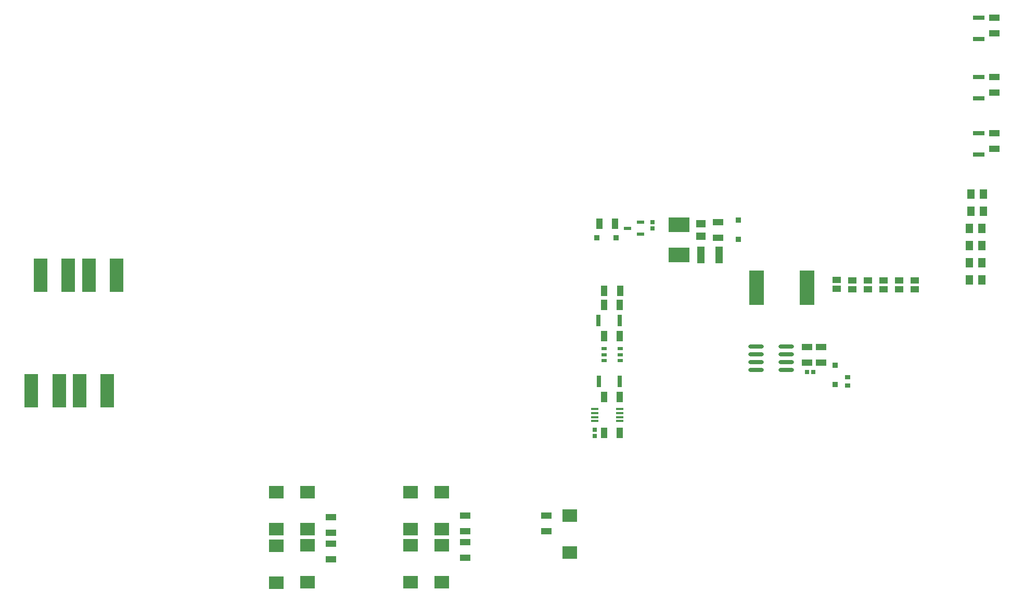
<source format=gbr>
G04*
G04 #@! TF.GenerationSoftware,Altium Limited,Altium Designer,24.10.1 (45)*
G04*
G04 Layer_Color=8421504*
%FSLAX44Y44*%
%MOMM*%
G71*
G04*
G04 #@! TF.SameCoordinates,2C042171-34E2-4856-99AA-637600A7DDE9*
G04*
G04*
G04 #@! TF.FilePolarity,Positive*
G04*
G01*
G75*
%ADD22R,1.3562X1.0546*%
%ADD23R,1.2192X0.5588*%
%ADD24R,1.2500X1.5500*%
%ADD25R,0.6500X0.6500*%
%ADD26R,0.9500X0.9000*%
%ADD27R,1.6582X1.1055*%
%ADD28R,0.8121X0.6587*%
%ADD29R,0.8763X0.5080*%
%ADD30R,1.1055X1.6582*%
G04:AMPARAMS|DCode=31|XSize=1.2565mm|YSize=0.418mm|CornerRadius=0.209mm|HoleSize=0mm|Usage=FLASHONLY|Rotation=180.000|XOffset=0mm|YOffset=0mm|HoleType=Round|Shape=RoundedRectangle|*
%AMROUNDEDRECTD31*
21,1,1.2565,0.0000,0,0,180.0*
21,1,0.8385,0.4180,0,0,180.0*
1,1,0.4180,-0.4193,0.0000*
1,1,0.4180,0.4193,0.0000*
1,1,0.4180,0.4193,0.0000*
1,1,0.4180,-0.4193,0.0000*
%
%ADD31ROUNDEDRECTD31*%
%ADD32R,1.2565X0.4180*%
%ADD33R,2.4892X5.5880*%
%ADD34R,1.9062X0.7562*%
%ADD35O,2.5000X0.7000*%
%ADD36R,2.3300X1.9900*%
%ADD37R,0.6500X0.6500*%
%ADD38R,3.4200X2.4600*%
%ADD39R,1.5500X1.2500*%
%ADD40R,1.2000X2.7000*%
%ADD41R,0.9000X0.9500*%
%ADD42R,0.7562X1.9062*%
%ADD43R,2.3022X5.4031*%
D22*
X1835791Y784323D02*
D03*
Y798839D02*
D03*
X1911991Y784685D02*
D03*
Y799201D02*
D03*
X1886591Y784685D02*
D03*
Y799201D02*
D03*
X1861190Y784323D02*
D03*
Y798839D02*
D03*
X1810390Y784685D02*
D03*
Y799201D02*
D03*
X1785620Y785222D02*
D03*
Y799738D02*
D03*
D23*
X1466088Y874395D02*
D03*
Y893445D02*
D03*
X1444752Y883920D02*
D03*
D24*
X2021930Y800100D02*
D03*
X2001430D02*
D03*
X2021840Y828040D02*
D03*
X2001340D02*
D03*
X2021840Y855980D02*
D03*
X2001340D02*
D03*
X2024380Y911860D02*
D03*
X2003880D02*
D03*
X2024380Y939800D02*
D03*
X2003880D02*
D03*
X2021840Y883920D02*
D03*
X2001340D02*
D03*
D25*
X1747440Y650240D02*
D03*
X1737440D02*
D03*
D26*
X1783080Y629410D02*
D03*
Y660910D02*
D03*
X1625600Y865630D02*
D03*
Y897130D02*
D03*
D27*
X1760220Y690880D02*
D03*
Y665353D02*
D03*
X1737360Y690816D02*
D03*
Y665290D02*
D03*
X2042080Y1201293D02*
D03*
Y1226820D02*
D03*
X2042240Y1104307D02*
D03*
Y1129834D02*
D03*
X2041531Y1012796D02*
D03*
Y1038323D02*
D03*
X962660Y345377D02*
D03*
Y370904D02*
D03*
Y414084D02*
D03*
Y388557D02*
D03*
X1313180Y391097D02*
D03*
Y416624D02*
D03*
X1181100Y416560D02*
D03*
Y391033D02*
D03*
Y347853D02*
D03*
Y373380D02*
D03*
X1592580Y868616D02*
D03*
Y894144D02*
D03*
D28*
X1803400Y641767D02*
D03*
Y628233D02*
D03*
D29*
X1406716Y668680D02*
D03*
Y678180D02*
D03*
Y687680D02*
D03*
X1433004D02*
D03*
Y678180D02*
D03*
Y668680D02*
D03*
D30*
X1407097Y708660D02*
D03*
X1432623D02*
D03*
X1407097Y551180D02*
D03*
X1432623D02*
D03*
X1407033Y609600D02*
D03*
X1432560D02*
D03*
X1407033Y759460D02*
D03*
X1432560D02*
D03*
X1407160Y782320D02*
D03*
X1432687D02*
D03*
X1424940Y891540D02*
D03*
X1399413D02*
D03*
D31*
X1391543Y570080D02*
D03*
Y576580D02*
D03*
Y583080D02*
D03*
Y589580D02*
D03*
X1432560D02*
D03*
Y583080D02*
D03*
Y576580D02*
D03*
D32*
Y570080D02*
D03*
D33*
X1655197Y786863D02*
D03*
X1736985D02*
D03*
D34*
X2016131Y1038323D02*
D03*
Y1003823D02*
D03*
X2016840Y1129770D02*
D03*
Y1095270D02*
D03*
X2016680Y1226290D02*
D03*
Y1191790D02*
D03*
D35*
X1653811Y691613D02*
D03*
Y678913D02*
D03*
Y666213D02*
D03*
Y653513D02*
D03*
X1702810Y691613D02*
D03*
Y678913D02*
D03*
Y666213D02*
D03*
Y653513D02*
D03*
D36*
X873760Y307340D02*
D03*
Y367540D02*
D03*
Y454660D02*
D03*
Y394460D02*
D03*
X1092200Y454280D02*
D03*
Y394080D02*
D03*
X1143000Y308100D02*
D03*
Y368300D02*
D03*
X924560Y307720D02*
D03*
Y367920D02*
D03*
Y454660D02*
D03*
Y394460D02*
D03*
X1143000Y454280D02*
D03*
Y394080D02*
D03*
X1092200Y307720D02*
D03*
Y367920D02*
D03*
X1351280Y356360D02*
D03*
Y416560D02*
D03*
D37*
X1391920Y546100D02*
D03*
Y556100D02*
D03*
X1485900Y884000D02*
D03*
Y894000D02*
D03*
D38*
X1529080Y889240D02*
D03*
Y840740D02*
D03*
D39*
X1564640Y891540D02*
D03*
Y871040D02*
D03*
D40*
Y840740D02*
D03*
X1593640D02*
D03*
D41*
X1394585Y868045D02*
D03*
X1426085D02*
D03*
D42*
X1432030Y734060D02*
D03*
X1397530D02*
D03*
X1432560Y635000D02*
D03*
X1398060D02*
D03*
D43*
X489866Y807183D02*
D03*
X534875D02*
D03*
X613615D02*
D03*
X568606D02*
D03*
X520071Y619223D02*
D03*
X475062D02*
D03*
X553446D02*
D03*
X598455D02*
D03*
M02*

</source>
